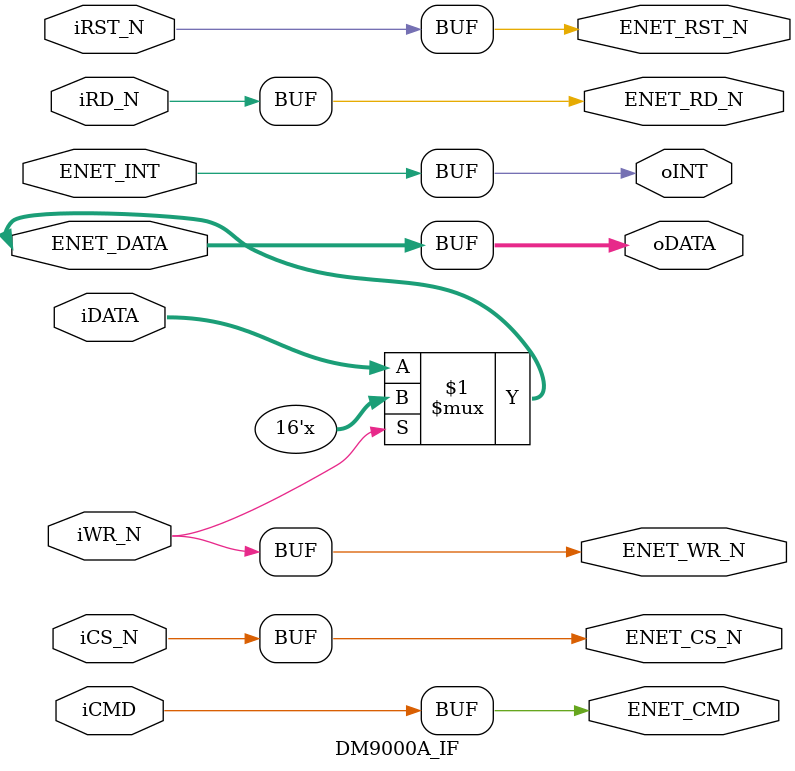
<source format=v>
module DM9000A_IF(	//	HOST Side
					iDATA,oDATA,iCMD,
					iRD_N,iWR_N,
					iCS_N,iRST_N,
					oINT,
					//	DM9000A Side
					ENET_DATA,ENET_CMD,
					ENET_RD_N,ENET_WR_N,
					ENET_CS_N,ENET_RST_N,
					ENET_INT
					);
//	HOST Side
input	[15:0]	iDATA;
input			iCMD;
input			iRD_N;
input			iWR_N;
input			iCS_N;
input			iRST_N;
output	[15:0]	oDATA;
output			oINT;
//	DM9000A Side
inout	[15:0]	ENET_DATA;
output			ENET_CMD;
output			ENET_RD_N;
output			ENET_WR_N;
output			ENET_CS_N;
output			ENET_RST_N;
input			ENET_INT;

assign	ENET_DATA	=	ENET_WR_N	?	16'hzzzz	:	iDATA	;
assign	oDATA		=	ENET_DATA	;

assign	ENET_CMD 	=	iCMD;
assign	ENET_RD_N 	=	iRD_N;
assign	ENET_WR_N	=	iWR_N;
assign	ENET_CS_N	=	iCS_N;
assign	ENET_RST_N	=	iRST_N;
assign	oINT		=	ENET_INT;

endmodule




</source>
